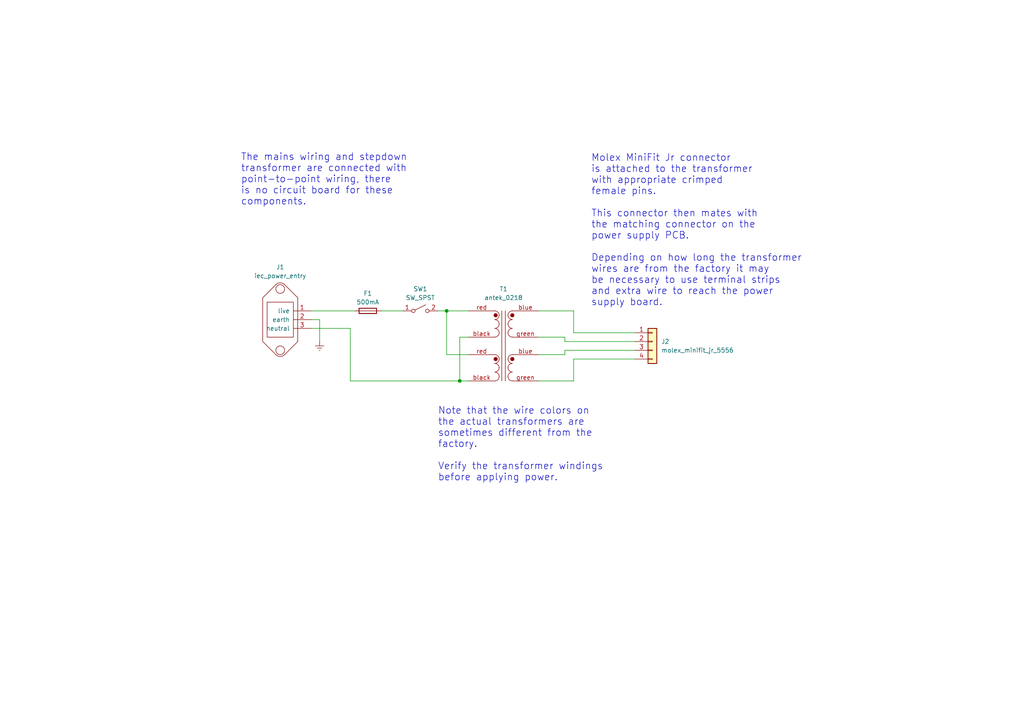
<source format=kicad_sch>
(kicad_sch (version 20211123) (generator eeschema)
  (paper "A4")
  (title_block (title "Josh Ox Ribbon Synth Mains Transformer") (date "2022-07-22") (rev "0") (comment 2 "creativecommons.org/licenses/by/4.0") (comment 3 "License: CC by 4.0") (comment 4 "Author: Jordan Aceto"))
  (lib_symbols
    (symbol "Connector_Generic:Conn_01x04" (pin_names (offset 1.016) hide)
      (property "Reference" "J" (at 0 5.08 0))
      (property "Value" "Conn_01x04" (at 0 -7.62 0))
      (symbol "Conn_01x04_1_1"
        (rectangle (start -1.27 -4.953) (end 0 -5.207) (stroke (width 0.1524)))
        (rectangle (start -1.27 -2.413) (end 0 -2.667) (stroke (width 0.1524)))
        (rectangle (start -1.27 0.127) (end 0 -0.127) (stroke (width 0.1524)))
        (rectangle (start -1.27 2.667) (end 0 2.413) (stroke (width 0.1524)))
        (rectangle (start -1.27 3.81) (end 1.27 -6.35) (stroke (width 0.254)) (fill (type background)))
        (pin passive line (at -5.08 2.54 0) (length 3.81) (name "Pin_1") (number "1"))
        (pin passive line (at -5.08 0 0) (length 3.81) (name "Pin_2") (number "2"))
        (pin passive line (at -5.08 -2.54 0) (length 3.81) (name "Pin_3") (number "3"))
        (pin passive line (at -5.08 -5.08 0) (length 3.81) (name "Pin_4") (number "4"))
      )
    )
    (symbol "Device:Fuse" (pin_numbers hide) (pin_names (offset 0))
      (property "Reference" "F" (at 2.032 0 90))
      (property "Value" "Fuse" (at -1.905 0 90))
      (symbol "Fuse_0_1"
        (rectangle (start -0.762 -2.54) (end 0.762 2.54) (stroke (width 0.254)))
        (polyline (pts (xy 0 2.54) (xy 0 -2.54)))
      )
      (symbol "Fuse_1_1"
        (pin passive line (at 0 3.81 270) (length 1.27) (name "~") (number "1"))
        (pin passive line (at 0 -3.81 90) (length 1.27) (name "~") (number "2"))
      )
    )
    (symbol "Switch:SW_SPST" (pin_names (offset 0) hide)
      (property "Reference" "SW" (at 0 3.175 0))
      (property "Value" "SW_SPST" (at 0 -2.54 0))
      (symbol "SW_SPST_0_0"
        (circle (center -2.032 0) (radius 0.508))
        (polyline (pts (xy -1.524 0.254) (xy 1.524 1.778)))
        (circle (center 2.032 0) (radius 0.508))
      )
      (symbol "SW_SPST_1_1"
        (pin passive line (at -5.08 0 0) (length 2.54) (name "A") (number "1"))
        (pin passive line (at 5.08 0 180) (length 2.54) (name "B") (number "2"))
      )
    )
    (symbol "custom_symbols:antek_02xx" (pin_names (offset 1.016) hide)
      (property "Reference" "T?" (at 0 15.24 0))
      (property "Value" "antek_02xx" (at 0 12.7 0))
      (symbol "antek_02xx_0_1"
        (arc (start -2.54 -10.1346) (mid -1.6561 -9.7663) (end -1.27 -8.89))
        (arc (start -2.54 -7.5946) (mid -1.6561 -7.2263) (end -1.27 -6.35))
        (arc (start -2.54 -5.0546) (mid -1.6561 -4.6863) (end -1.27 -3.81))
        (arc (start -2.54 2.5654) (mid -1.6561 2.9337) (end -1.27 3.81))
        (arc (start -2.54 5.1054) (mid -1.6561 5.4737) (end -1.27 6.35))
        (arc (start -2.54 7.6454) (mid -1.6561 8.0137) (end -1.27 8.89))
        (circle (center -2.286 -3.81) (radius 0.508) (fill (type outline)))
        (circle (center -2.286 8.89) (radius 0.508) (fill (type outline)))
        (arc (start -1.27 -8.89) (mid -1.642 -7.992) (end -2.54 -7.62))
        (arc (start -1.27 -6.35) (mid -1.642 -5.452) (end -2.54 -5.08))
        (arc (start -1.27 -3.81) (mid -1.642 -2.912) (end -2.54 -2.54))
        (arc (start -1.27 3.81) (mid -1.642 4.708) (end -2.54 5.08))
        (arc (start -1.27 6.35) (mid -1.642 7.248) (end -2.54 7.62))
        (arc (start -1.27 8.89) (mid -1.642 9.788) (end -2.54 10.16))
        (polyline (pts (xy -0.508 -10.16) (xy -0.508 10.16)))
        (polyline (pts (xy 0.508 10.16) (xy 0.508 -10.16)))
        (arc (start 1.2954 -8.89) (mid 1.6599 -9.7701) (end 2.54 -10.1346))
        (arc (start 1.2954 -6.35) (mid 1.6599 -7.2301) (end 2.54 -7.5946))
        (arc (start 1.2954 -3.81) (mid 1.6599 -4.6901) (end 2.54 -5.0546))
        (arc (start 1.2954 3.81) (mid 1.6599 2.9299) (end 2.54 2.5654))
        (arc (start 1.2954 6.35) (mid 1.6599 5.4699) (end 2.54 5.1054))
        (arc (start 1.2954 8.89) (mid 1.6599 8.0099) (end 2.54 7.6454))
        (arc (start 2.54 -7.62) (mid 1.642 -7.992) (end 1.2954 -8.89))
        (arc (start 2.54 -5.08) (mid 1.642 -5.452) (end 1.2954 -6.35))
        (circle (center 2.54 -3.81) (radius 0.508) (fill (type outline)))
        (arc (start 2.54 -2.54) (mid 1.642 -2.912) (end 1.2954 -3.81))
        (arc (start 2.54 5.08) (mid 1.642 4.708) (end 1.2954 3.81))
        (arc (start 2.54 7.62) (mid 1.642 7.248) (end 1.2954 6.35))
        (circle (center 2.54 8.89) (radius 0.508) (fill (type outline)))
        (arc (start 2.54 10.16) (mid 1.642 9.788) (end 1.2954 8.89))
      )
      (symbol "antek_02xx_1_1"
        (pin passive line (at -10.16 -10.16 0) (length 7.62) (name "") (number "black"))
        (pin passive line (at -10.16 2.54 0) (length 7.62) (name "") (number "black"))
        (pin passive line (at 10.16 -2.54 180) (length 7.62) (name "") (number "blue"))
        (pin passive line (at 10.16 10.16 180) (length 7.62) (name "") (number "blue"))
        (pin passive line (at 10.16 -10.16 180) (length 7.62) (name "") (number "green"))
        (pin passive line (at 10.16 2.54 180) (length 7.62) (name "") (number "green"))
        (pin passive line (at -10.16 -2.54 0) (length 7.62) (name "") (number "red"))
        (pin passive line (at -10.16 10.16 0) (length 7.62) (name "") (number "red"))
      )
    )
    (symbol "custom_symbols:iec_power_entry" (pin_names (offset 1.016))
      (property "Reference" "J3" (at 0 15.24 90))
      (property "Value" "iec_power_entry" (at 0 12.7 90))
      (symbol "iec_power_entry_0_1"
        (arc (start -10.16 1.27) (mid -10.6861 0) (end -10.16 -1.27))
        (circle (center -8.89 0) (radius 1.27))
        (polyline (pts (xy -6.35 -5.08) (xy -10.16 -1.27)))
        (polyline (pts (xy -6.35 5.08) (xy -10.16 1.27)))
        (polyline (pts (xy -6.35 -5.08) (xy 6.35 -5.08) (xy 10.16 -1.27)))
        (polyline (pts (xy -6.35 5.08) (xy 6.35 5.08) (xy 10.16 1.27)))
        (rectangle (start 5.08 3.81) (end -5.08 -3.81))
        (circle (center 8.89 0) (radius 1.27))
        (arc (start 10.16 -1.27) (mid 10.6861 0) (end 10.16 1.27))
      )
      (symbol "iec_power_entry_1_1"
        (pin power_out line (at -2.54 -8.89 90) (length 5.08) (name "live") (number "1"))
        (pin power_out line (at 0 -8.89 90) (length 5.08) (name "earth") (number "2"))
        (pin power_out line (at 2.54 -8.89 90) (length 5.08) (name "neutral") (number "3"))
      )
    )
    (symbol "power:Earth" (power) (pin_names (offset 0))
      (symbol "Earth_0_1"
        (polyline (pts (xy -0.635 -1.905) (xy 0.635 -1.905)))
        (polyline (pts (xy -0.127 -2.54) (xy 0.127 -2.54)))
        (polyline (pts (xy 0 -1.27) (xy 0 0)))
        (polyline (pts (xy 1.27 -1.27) (xy -1.27 -1.27)))
      )
      (symbol "Earth_1_1"
        (pin power_in line (at 0 0 270) (length 0) hide (name "Earth") (number "1"))
      )
    )
  )
  (junction (at 133.35 110.49))
  (junction (at 129.54 90.17))
  (wire (pts (xy 101.6 110.49) (xy 133.35 110.49)))
  (wire (pts (xy 135.89 102.87) (xy 129.54 102.87)))
  (wire (pts (xy 184.15 101.6) (xy 163.83 101.6)))
  (wire (pts (xy 163.83 102.87) (xy 156.21 102.87)))
  (wire (pts (xy 90.17 90.17) (xy 102.87 90.17)))
  (wire (pts (xy 129.54 90.17) (xy 135.89 90.17)))
  (wire (pts (xy 127 90.17) (xy 129.54 90.17)))
  (wire (pts (xy 166.37 110.49) (xy 166.37 104.14)))
  (wire (pts (xy 156.21 90.17) (xy 166.37 90.17)))
  (wire (pts (xy 163.83 99.06) (xy 163.83 97.79)))
  (wire (pts (xy 184.15 99.06) (xy 163.83 99.06)))
  (wire (pts (xy 101.6 110.49) (xy 101.6 95.25)))
  (wire (pts (xy 133.35 97.79) (xy 133.35 110.49)))
  (wire (pts (xy 156.21 110.49) (xy 166.37 110.49)))
  (wire (pts (xy 135.89 110.49) (xy 133.35 110.49)))
  (wire (pts (xy 166.37 96.52) (xy 184.15 96.52)))
  (wire (pts (xy 166.37 90.17) (xy 166.37 96.52)))
  (wire (pts (xy 129.54 102.87) (xy 129.54 90.17)))
  (wire (pts (xy 90.17 95.25) (xy 101.6 95.25)))
  (wire (pts (xy 92.71 99.06) (xy 92.71 92.71)))
  (wire (pts (xy 166.37 104.14) (xy 184.15 104.14)))
  (wire (pts (xy 163.83 97.79) (xy 156.21 97.79)))
  (wire (pts (xy 163.83 101.6) (xy 163.83 102.87)))
  (wire (pts (xy 110.49 90.17) (xy 116.84 90.17)))
  (wire (pts (xy 92.71 92.71) (xy 90.17 92.71)))
  (wire (pts (xy 135.89 97.79) (xy 133.35 97.79)))
  (text "The mains wiring and stepdown\ntransformer are connected with\npoint-to-point wiring, there\nis no circuit board for these\ncomponents." (at 69.85 59.69 0) (effects (font (size 2 2)) (justify left bottom)))
  (text "Note that the wire colors on \nthe actual transformers are \nsometimes different from the \nfactory.\n\nVerify the transformer windings\nbefore applying power." (at 127 139.7 0) (effects (font (size 2 2)) (justify left bottom)))
  (text "Molex MiniFit Jr connector\nis attached to the transformer\nwith appropriate crimped \nfemale pins.\n\nThis connector then mates with\nthe matching connector on the \npower supply PCB.\n\nDepending on how long the transformer\nwires are from the factory it may\nbe necessary to use terminal strips\nand extra wire to reach the power \nsupply board." (at 171.45 88.9 0) (effects (font (size 2 2)) (justify left bottom)))
  (symbol (lib_id "custom_symbols:antek_02xx") (at 146.05 100.33 0) (unit 1)
    (property "Reference" "T1" (at 146.05 83.82 0))
    (property "Value" "antek_0218" (at 146.05 86.36 0))
    (property "Datasheet" "https://www.antekinc.com/content/AN-02XX.pdf" (effects hide))
  )
  (symbol (lib_id "Connector_Generic:Conn_01x04") (at 189.23 99.06 0) (unit 1)
    (property "Reference" "J2" (at 191.77 99.0599 0) (effects (justify left)))
    (property "Value" "molex_minifit_jr_5556" (at 191.77 101.5999 0) (effects (justify left)))
    (property "Datasheet" "https://www.molex.com/webdocs/datasheets/pdf/en-us/0039012040_CRIMP_HOUSINGS.pdf" (effects hide))
  )
  (symbol (lib_id "Device:Fuse") (at 106.68 90.17 90) (unit 1)
    (property "Reference" "F1" (at 106.68 85.09 90))
    (property "Value" "500mA" (at 106.68 87.63 90))
  )
  (symbol (lib_id "Switch:SW_SPST") (at 121.92 90.17 0) (unit 1)
    (property "Reference" "SW1" (at 121.92 83.82 0))
    (property "Value" "SW_SPST" (at 121.92 86.36 0))
  )
  (symbol (lib_id "power:Earth") (at 92.71 99.06 0) (unit 1)
    (property "Reference" "#PWR0101" (effects hide))
    (property "Value" "Earth" (effects hide))
  )
  (symbol (lib_id "custom_symbols:iec_power_entry") (at 81.28 92.71 90) (mirror x) (unit 1)
    (property "Reference" "J1" (at 81.28 77.47 90))
    (property "Value" "iec_power_entry" (at 81.28 80.01 90))
  )
)
</source>
